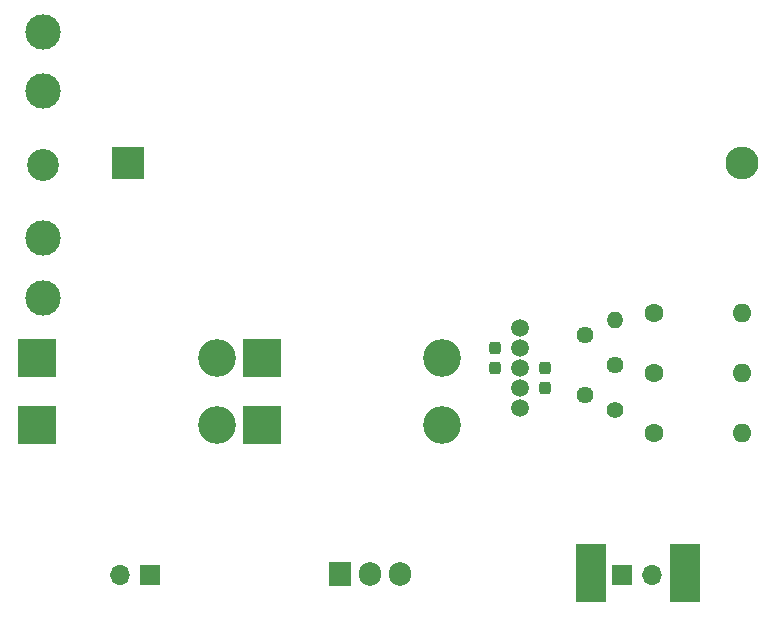
<source format=gbr>
%TF.GenerationSoftware,KiCad,Pcbnew,7.0.9*%
%TF.CreationDate,2025-04-20T12:55:00+02:00*%
%TF.ProjectId,C64-PSU-PCB-replacement-for-902503-06,4336342d-5053-4552-9d50-43422d726570,D*%
%TF.SameCoordinates,Original*%
%TF.FileFunction,Soldermask,Bot*%
%TF.FilePolarity,Negative*%
%FSLAX46Y46*%
G04 Gerber Fmt 4.6, Leading zero omitted, Abs format (unit mm)*
G04 Created by KiCad (PCBNEW 7.0.9) date 2025-04-20 12:55:00*
%MOMM*%
%LPD*%
G01*
G04 APERTURE LIST*
G04 Aperture macros list*
%AMRoundRect*
0 Rectangle with rounded corners*
0 $1 Rounding radius*
0 $2 $3 $4 $5 $6 $7 $8 $9 X,Y pos of 4 corners*
0 Add a 4 corners polygon primitive as box body*
4,1,4,$2,$3,$4,$5,$6,$7,$8,$9,$2,$3,0*
0 Add four circle primitives for the rounded corners*
1,1,$1+$1,$2,$3*
1,1,$1+$1,$4,$5*
1,1,$1+$1,$6,$7*
1,1,$1+$1,$8,$9*
0 Add four rect primitives between the rounded corners*
20,1,$1+$1,$2,$3,$4,$5,0*
20,1,$1+$1,$4,$5,$6,$7,0*
20,1,$1+$1,$6,$7,$8,$9,0*
20,1,$1+$1,$8,$9,$2,$3,0*%
G04 Aperture macros list end*
%ADD10R,2.800000X2.800000*%
%ADD11O,2.800000X2.800000*%
%ADD12C,1.600000*%
%ADD13O,1.600000X1.600000*%
%ADD14R,3.200000X3.200000*%
%ADD15O,3.200001X3.200001*%
%ADD16R,3.200001X3.200001*%
%ADD17O,3.200000X3.200000*%
%ADD18R,1.700000X1.700000*%
%ADD19O,1.700000X1.700000*%
%ADD20C,1.500000*%
%ADD21C,1.400000*%
%ADD22O,1.400000X1.400000*%
%ADD23C,1.440000*%
%ADD24C,2.700000*%
%ADD25C,3.000000*%
%ADD26R,1.905000X2.000000*%
%ADD27O,1.905000X2.000000*%
%ADD28R,2.500000X5.000000*%
%ADD29RoundRect,0.237500X-0.237500X0.300000X-0.237500X-0.300000X0.237500X-0.300000X0.237500X0.300000X0*%
G04 APERTURE END LIST*
D10*
%TO.C,C1*%
X40710000Y-40005000D03*
D11*
X92710000Y-40005000D03*
%TD*%
D12*
%TO.C,C4*%
X85210000Y-52705000D03*
D13*
X92710000Y-52705000D03*
%TD*%
D12*
%TO.C,C5*%
X85210000Y-57785000D03*
D13*
X92710000Y-57785000D03*
%TD*%
D12*
%TO.C,C6*%
X85210000Y-62865000D03*
D13*
X92710000Y-62865000D03*
%TD*%
D14*
%TO.C,D1*%
X33020000Y-56515000D03*
D15*
X48260000Y-56515000D03*
%TD*%
D16*
%TO.C,D3*%
X52070000Y-56515000D03*
D17*
X67310000Y-56515000D03*
%TD*%
D14*
%TO.C,D4*%
X52070000Y-62230000D03*
D17*
X67310000Y-62230000D03*
%TD*%
D18*
%TO.C,J1*%
X42545000Y-74930000D03*
D19*
X40005000Y-74930000D03*
%TD*%
D18*
%TO.C,J2*%
X82550000Y-74930000D03*
D19*
X85090000Y-74930000D03*
%TD*%
D20*
%TO.C,PS1*%
X73914000Y-54004000D03*
X73914000Y-55704000D03*
X73914000Y-57404000D03*
X73914000Y-59104000D03*
X73914000Y-60804000D03*
%TD*%
D21*
%TO.C,R1*%
X81915000Y-60960000D03*
D22*
X81915000Y-53340000D03*
%TD*%
D23*
%TO.C,RV1*%
X79375000Y-54610000D03*
X81915000Y-57150000D03*
X79375000Y-59690000D03*
%TD*%
D24*
%TO.C,F2*%
X33528000Y-40185000D03*
D25*
X33528000Y-51435000D03*
X33528000Y-28935000D03*
%TD*%
D26*
%TO.C,U0*%
X58674000Y-74803000D03*
D27*
X61214000Y-74803000D03*
X63754000Y-74803000D03*
%TD*%
D14*
%TO.C,D2*%
X33020000Y-62230000D03*
D17*
X48260000Y-62230000D03*
%TD*%
D25*
%TO.C,J3*%
X33528000Y-46355000D03*
%TD*%
%TO.C,J4*%
X33528000Y-33909000D03*
%TD*%
D28*
%TO.C,GND*%
X87871300Y-74714100D03*
%TD*%
%TO.C,+5.1V*%
X79857600Y-74714100D03*
%TD*%
D29*
%TO.C,C2*%
X71780400Y-55692040D03*
X71780400Y-57417040D03*
%TD*%
%TO.C,C3*%
X75956160Y-57375720D03*
X75956160Y-59100720D03*
%TD*%
M02*

</source>
